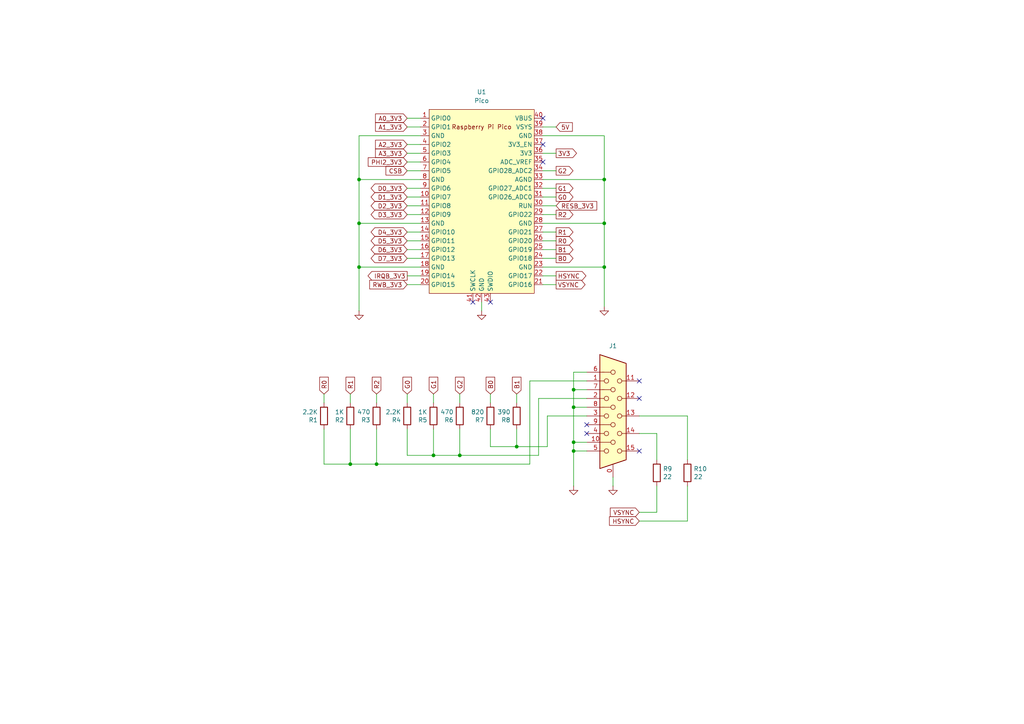
<source format=kicad_sch>
(kicad_sch (version 20231120) (generator "eeschema") (generator_version "8.0")
  (paper "A4")
  (title_block (title "VGA Card") (date "2024-03-24") (rev "1.0") (company "A.C. Wright Design"))
  (lib_symbols
    (symbol "6502 Parts:Raspberry Pi Pico"
      (property "Reference" "U" (at -13.97 27.94 0))
      (property "Value" "Raspberry Pi Pico" (at 0 19.05 0))
      (symbol "Raspberry Pi Pico_0_0"
        (text "Raspberry Pi Pico" (at 0 21.59 0) (effects (font (size 1.27 1.27))))
      )
      (symbol "Raspberry Pi Pico_0_1"
        (rectangle (start -15.24 26.67) (end 15.24 -26.67) (fill (type background)))
      )
      (symbol "Raspberry Pi Pico_1_1"
        (pin bidirectional line (at -17.78 24.13 0) (length 2.54) (name "GPIO0") (number "1"))
        (pin bidirectional line (at -17.78 1.27 0) (length 2.54) (name "GPIO7") (number "10"))
        (pin bidirectional line (at -17.78 -1.27 0) (length 2.54) (name "GPIO8") (number "11"))
        (pin bidirectional line (at -17.78 -3.81 0) (length 2.54) (name "GPIO9") (number "12"))
        (pin power_in line (at -17.78 -6.35 0) (length 2.54) (name "GND") (number "13"))
        (pin bidirectional line (at -17.78 -8.89 0) (length 2.54) (name "GPIO10") (number "14"))
        (pin bidirectional line (at -17.78 -11.43 0) (length 2.54) (name "GPIO11") (number "15"))
        (pin bidirectional line (at -17.78 -13.97 0) (length 2.54) (name "GPIO12") (number "16"))
        (pin bidirectional line (at -17.78 -16.51 0) (length 2.54) (name "GPIO13") (number "17"))
        (pin power_in line (at -17.78 -19.05 0) (length 2.54) (name "GND") (number "18"))
        (pin bidirectional line (at -17.78 -21.59 0) (length 2.54) (name "GPIO14") (number "19"))
        (pin bidirectional line (at -17.78 21.59 0) (length 2.54) (name "GPIO1") (number "2"))
        (pin bidirectional line (at -17.78 -24.13 0) (length 2.54) (name "GPIO15") (number "20"))
        (pin bidirectional line (at 17.78 -24.13 180) (length 2.54) (name "GPIO16") (number "21"))
        (pin bidirectional line (at 17.78 -21.59 180) (length 2.54) (name "GPIO17") (number "22"))
        (pin power_in line (at 17.78 -19.05 180) (length 2.54) (name "GND") (number "23"))
        (pin bidirectional line (at 17.78 -16.51 180) (length 2.54) (name "GPIO18") (number "24"))
        (pin bidirectional line (at 17.78 -13.97 180) (length 2.54) (name "GPIO19") (number "25"))
        (pin bidirectional line (at 17.78 -11.43 180) (length 2.54) (name "GPIO20") (number "26"))
        (pin bidirectional line (at 17.78 -8.89 180) (length 2.54) (name "GPIO21") (number "27"))
        (pin power_in line (at 17.78 -6.35 180) (length 2.54) (name "GND") (number "28"))
        (pin bidirectional line (at 17.78 -3.81 180) (length 2.54) (name "GPIO22") (number "29"))
        (pin power_in line (at -17.78 19.05 0) (length 2.54) (name "GND") (number "3"))
        (pin input line (at 17.78 -1.27 180) (length 2.54) (name "RUN") (number "30"))
        (pin bidirectional line (at 17.78 1.27 180) (length 2.54) (name "GPIO26_ADC0") (number "31"))
        (pin bidirectional line (at 17.78 3.81 180) (length 2.54) (name "GPIO27_ADC1") (number "32"))
        (pin power_in line (at 17.78 6.35 180) (length 2.54) (name "AGND") (number "33"))
        (pin bidirectional line (at 17.78 8.89 180) (length 2.54) (name "GPIO28_ADC2") (number "34"))
        (pin power_in line (at 17.78 11.43 180) (length 2.54) (name "ADC_VREF") (number "35"))
        (pin power_in line (at 17.78 13.97 180) (length 2.54) (name "3V3") (number "36"))
        (pin input line (at 17.78 16.51 180) (length 2.54) (name "3V3_EN") (number "37"))
        (pin power_in line (at 17.78 19.05 180) (length 2.54) (name "GND") (number "38"))
        (pin power_in line (at 17.78 21.59 180) (length 2.54) (name "VSYS") (number "39"))
        (pin bidirectional line (at -17.78 16.51 0) (length 2.54) (name "GPIO2") (number "4"))
        (pin power_in line (at 17.78 24.13 180) (length 2.54) (name "VBUS") (number "40"))
        (pin input line (at -2.54 -29.21 90) (length 2.54) (name "SWCLK") (number "41"))
        (pin power_in line (at 0 -29.21 90) (length 2.54) (name "GND") (number "42"))
        (pin bidirectional line (at 2.54 -29.21 90) (length 2.54) (name "SWDIO") (number "43"))
        (pin bidirectional line (at -17.78 13.97 0) (length 2.54) (name "GPIO3") (number "5"))
        (pin bidirectional line (at -17.78 11.43 0) (length 2.54) (name "GPIO4") (number "6"))
        (pin bidirectional line (at -17.78 8.89 0) (length 2.54) (name "GPIO5") (number "7"))
        (pin power_in line (at -17.78 6.35 0) (length 2.54) (name "GND") (number "8"))
        (pin bidirectional line (at -17.78 3.81 0) (length 2.54) (name "GPIO6") (number "9"))
      )
    )
    (symbol "Connector:DE15_Receptacle_HighDensity_MountingHoles" (pin_names (offset 1.016) hide)
      (property "Reference" "J" (at 0 21.59 0))
      (property "Value" "DE15_Receptacle_HighDensity_MountingHoles" (at 0 19.05 0))
      (symbol "DE15_Receptacle_HighDensity_MountingHoles_0_1"
        (circle (center -1.905 -10.16) (radius 0.635))
        (circle (center -1.905 -5.08) (radius 0.635))
        (circle (center -1.905 0) (radius 0.635))
        (circle (center -1.905 5.08) (radius 0.635))
        (circle (center -1.905 10.16) (radius 0.635))
        (circle (center 0 -7.62) (radius 0.635))
        (circle (center 0 -2.54) (radius 0.635))
        (polyline (pts (xy -3.175 7.62) (xy -0.635 7.62)))
        (polyline (pts (xy -0.635 -7.62) (xy -3.175 -7.62)))
        (polyline (pts (xy -0.635 -2.54) (xy -3.175 -2.54)))
        (polyline (pts (xy -0.635 2.54) (xy -3.175 2.54)))
        (polyline (pts (xy -0.635 12.7) (xy -3.175 12.7)))
        (polyline (pts (xy -3.81 17.78) (xy -3.81 -15.24) (xy 3.81 -12.7) (xy 3.81 15.24) (xy -3.81 17.78)) (stroke (width 0.254)) (fill (type background)))
        (circle (center 0 2.54) (radius 0.635))
        (circle (center 0 7.62) (radius 0.635))
        (circle (center 0 12.7) (radius 0.635))
        (circle (center 1.905 -10.16) (radius 0.635))
        (circle (center 1.905 -5.08) (radius 0.635))
        (circle (center 1.905 0) (radius 0.635))
        (circle (center 1.905 5.08) (radius 0.635))
        (circle (center 1.905 10.16) (radius 0.635))
      )
      (symbol "DE15_Receptacle_HighDensity_MountingHoles_1_1"
        (pin passive line (at 0 -17.78 90) (length 3.81) (name "~") (number "0"))
        (pin passive line (at -7.62 10.16 0) (length 5.08) (name "~") (number "1"))
        (pin passive line (at -7.62 -7.62 0) (length 5.08) (name "~") (number "10"))
        (pin passive line (at 7.62 10.16 180) (length 5.08) (name "~") (number "11"))
        (pin passive line (at 7.62 5.08 180) (length 5.08) (name "~") (number "12"))
        (pin passive line (at 7.62 0 180) (length 5.08) (name "~") (number "13"))
        (pin passive line (at 7.62 -5.08 180) (length 5.08) (name "~") (number "14"))
        (pin passive line (at 7.62 -10.16 180) (length 5.08) (name "~") (number "15"))
        (pin passive line (at -7.62 5.08 0) (length 5.08) (name "~") (number "2"))
        (pin passive line (at -7.62 0 0) (length 5.08) (name "~") (number "3"))
        (pin passive line (at -7.62 -5.08 0) (length 5.08) (name "~") (number "4"))
        (pin passive line (at -7.62 -10.16 0) (length 5.08) (name "~") (number "5"))
        (pin passive line (at -7.62 12.7 0) (length 5.08) (name "~") (number "6"))
        (pin passive line (at -7.62 7.62 0) (length 5.08) (name "~") (number "7"))
        (pin passive line (at -7.62 2.54 0) (length 5.08) (name "~") (number "8"))
        (pin passive line (at -7.62 -2.54 0) (length 5.08) (name "~") (number "9"))
      )
    )
    (symbol "Device:R" (pin_numbers hide) (pin_names (offset 0))
      (property "Reference" "R" (at 2.032 0 90))
      (property "Value" "R" (at 0 0 90))
      (symbol "R_0_1"
        (rectangle (start -1.016 -2.54) (end 1.016 2.54) (stroke (width 0.254)))
      )
      (symbol "R_1_1"
        (pin passive line (at 0 3.81 270) (length 1.27) (name "~") (number "1"))
        (pin passive line (at 0 -3.81 90) (length 1.27) (name "~") (number "2"))
      )
    )
    (symbol "power:GND" (power) (pin_numbers hide) (pin_names (offset 0) hide)
      (property "Value" "GND" (at 0 -3.81 0))
      (symbol "GND_0_1"
        (polyline (pts (xy 0 0) (xy 0 -1.27) (xy 1.27 -1.27) (xy 0 -2.54) (xy -1.27 -1.27) (xy 0 -1.27)))
      )
      (symbol "GND_1_1"
        (pin power_in line (at 0 0 270) (length 0) (name "~") (number "1"))
      )
    )
  )
  (junction (at 166.37 118.11))
  (junction (at 166.37 130.81))
  (junction (at 149.86 129.54))
  (junction (at 175.26 77.47))
  (junction (at 175.26 64.77))
  (junction (at 133.35 132.08))
  (junction (at 175.26 52.07))
  (junction (at 101.6 134.62))
  (junction (at 109.22 134.62))
  (junction (at 166.37 113.03))
  (junction (at 104.14 64.77))
  (junction (at 104.14 77.47))
  (junction (at 104.14 52.07))
  (junction (at 166.37 128.27))
  (junction (at 125.73 132.08))
  (no_connect (at 157.48 41.91))
  (no_connect (at 157.48 34.29))
  (no_connect (at 137.16 87.63))
  (no_connect (at 170.18 125.73))
  (no_connect (at 185.42 115.57))
  (no_connect (at 185.42 130.81))
  (no_connect (at 157.48 46.99))
  (no_connect (at 142.24 87.63))
  (no_connect (at 170.18 123.19))
  (no_connect (at 185.42 110.49))
  (wire (pts (xy 101.6 124.46) (xy 101.6 134.62)))
  (wire (pts (xy 175.26 88.9) (xy 175.26 77.47)))
  (wire (pts (xy 156.21 115.57) (xy 170.18 115.57)))
  (wire (pts (xy 166.37 128.27) (xy 166.37 130.81)))
  (wire (pts (xy 157.48 82.55) (xy 161.29 82.55)))
  (wire (pts (xy 158.75 120.65) (xy 170.18 120.65)))
  (wire (pts (xy 190.5 125.73) (xy 185.42 125.73)))
  (wire (pts (xy 118.11 41.91) (xy 121.92 41.91)))
  (wire (pts (xy 166.37 107.95) (xy 166.37 113.03)))
  (wire (pts (xy 153.67 110.49) (xy 153.67 134.62)))
  (wire (pts (xy 118.11 59.69) (xy 121.92 59.69)))
  (wire (pts (xy 118.11 69.85) (xy 121.92 69.85)))
  (wire (pts (xy 166.37 118.11) (xy 170.18 118.11)))
  (wire (pts (xy 175.26 52.07) (xy 175.26 39.37)))
  (wire (pts (xy 157.48 49.53) (xy 161.29 49.53)))
  (wire (pts (xy 149.86 124.46) (xy 149.86 129.54)))
  (wire (pts (xy 109.22 134.62) (xy 153.67 134.62)))
  (wire (pts (xy 125.73 114.3) (xy 125.73 116.84)))
  (wire (pts (xy 118.11 124.46) (xy 118.11 132.08)))
  (wire (pts (xy 104.14 77.47) (xy 104.14 64.77)))
  (wire (pts (xy 199.39 151.13) (xy 199.39 140.97)))
  (wire (pts (xy 133.35 132.08) (xy 156.21 132.08)))
  (wire (pts (xy 166.37 130.81) (xy 170.18 130.81)))
  (wire (pts (xy 158.75 120.65) (xy 158.75 129.54)))
  (wire (pts (xy 139.7 87.63) (xy 139.7 90.17)))
  (wire (pts (xy 109.22 114.3) (xy 109.22 116.84)))
  (wire (pts (xy 121.92 39.37) (xy 104.14 39.37)))
  (wire (pts (xy 125.73 132.08) (xy 133.35 132.08)))
  (wire (pts (xy 118.11 44.45) (xy 121.92 44.45)))
  (wire (pts (xy 101.6 134.62) (xy 109.22 134.62)))
  (wire (pts (xy 104.14 52.07) (xy 121.92 52.07)))
  (wire (pts (xy 118.11 82.55) (xy 121.92 82.55)))
  (wire (pts (xy 118.11 62.23) (xy 121.92 62.23)))
  (wire (pts (xy 153.67 110.49) (xy 170.18 110.49)))
  (wire (pts (xy 118.11 67.31) (xy 121.92 67.31)))
  (wire (pts (xy 101.6 114.3) (xy 101.6 116.84)))
  (wire (pts (xy 157.48 80.01) (xy 161.29 80.01)))
  (wire (pts (xy 104.14 64.77) (xy 121.92 64.77)))
  (wire (pts (xy 142.24 114.3) (xy 142.24 116.84)))
  (wire (pts (xy 157.48 67.31) (xy 161.29 67.31)))
  (wire (pts (xy 133.35 124.46) (xy 133.35 132.08)))
  (wire (pts (xy 118.11 54.61) (xy 121.92 54.61)))
  (wire (pts (xy 170.18 107.95) (xy 166.37 107.95)))
  (wire (pts (xy 166.37 113.03) (xy 170.18 113.03)))
  (wire (pts (xy 157.48 74.93) (xy 161.29 74.93)))
  (wire (pts (xy 118.11 57.15) (xy 121.92 57.15)))
  (wire (pts (xy 149.86 114.3) (xy 149.86 116.84)))
  (wire (pts (xy 157.48 64.77) (xy 175.26 64.77)))
  (wire (pts (xy 142.24 124.46) (xy 142.24 129.54)))
  (wire (pts (xy 93.98 124.46) (xy 93.98 134.62)))
  (wire (pts (xy 109.22 124.46) (xy 109.22 134.62)))
  (wire (pts (xy 157.48 52.07) (xy 175.26 52.07)))
  (wire (pts (xy 157.48 57.15) (xy 161.29 57.15)))
  (wire (pts (xy 118.11 49.53) (xy 121.92 49.53)))
  (wire (pts (xy 149.86 129.54) (xy 158.75 129.54)))
  (wire (pts (xy 166.37 130.81) (xy 166.37 140.97)))
  (wire (pts (xy 175.26 39.37) (xy 157.48 39.37)))
  (wire (pts (xy 104.14 90.17) (xy 104.14 77.47)))
  (wire (pts (xy 175.26 64.77) (xy 175.26 52.07)))
  (wire (pts (xy 118.11 74.93) (xy 121.92 74.93)))
  (wire (pts (xy 157.48 62.23) (xy 161.29 62.23)))
  (wire (pts (xy 104.14 39.37) (xy 104.14 52.07)))
  (wire (pts (xy 190.5 133.35) (xy 190.5 125.73)))
  (wire (pts (xy 93.98 134.62) (xy 101.6 134.62)))
  (wire (pts (xy 157.48 44.45) (xy 161.29 44.45)))
  (wire (pts (xy 125.73 124.46) (xy 125.73 132.08)))
  (wire (pts (xy 157.48 36.83) (xy 161.29 36.83)))
  (wire (pts (xy 133.35 114.3) (xy 133.35 116.84)))
  (wire (pts (xy 118.11 114.3) (xy 118.11 116.84)))
  (wire (pts (xy 185.42 151.13) (xy 199.39 151.13)))
  (wire (pts (xy 104.14 77.47) (xy 121.92 77.47)))
  (wire (pts (xy 157.48 59.69) (xy 161.29 59.69)))
  (wire (pts (xy 185.42 148.59) (xy 190.5 148.59)))
  (wire (pts (xy 157.48 54.61) (xy 161.29 54.61)))
  (wire (pts (xy 156.21 115.57) (xy 156.21 132.08)))
  (wire (pts (xy 157.48 72.39) (xy 161.29 72.39)))
  (wire (pts (xy 118.11 36.83) (xy 121.92 36.83)))
  (wire (pts (xy 118.11 72.39) (xy 121.92 72.39)))
  (wire (pts (xy 157.48 69.85) (xy 161.29 69.85)))
  (wire (pts (xy 157.48 77.47) (xy 175.26 77.47)))
  (wire (pts (xy 104.14 64.77) (xy 104.14 52.07)))
  (wire (pts (xy 166.37 128.27) (xy 170.18 128.27)))
  (wire (pts (xy 93.98 114.3) (xy 93.98 116.84)))
  (wire (pts (xy 199.39 120.65) (xy 185.42 120.65)))
  (wire (pts (xy 118.11 46.99) (xy 121.92 46.99)))
  (wire (pts (xy 175.26 77.47) (xy 175.26 64.77)))
  (wire (pts (xy 177.8 138.43) (xy 177.8 140.97)))
  (wire (pts (xy 118.11 132.08) (xy 125.73 132.08)))
  (wire (pts (xy 166.37 118.11) (xy 166.37 128.27)))
  (wire (pts (xy 118.11 34.29) (xy 121.92 34.29)))
  (wire (pts (xy 118.11 80.01) (xy 121.92 80.01)))
  (wire (pts (xy 142.24 129.54) (xy 149.86 129.54)))
  (wire (pts (xy 190.5 148.59) (xy 190.5 140.97)))
  (wire (pts (xy 166.37 113.03) (xy 166.37 118.11)))
  (wire (pts (xy 199.39 133.35) (xy 199.39 120.65)))
  (global_label "VSYNC" (shape input) (at 185.42 148.59 180) (property "Intersheetrefs" "${INTERSHEET_REFS}" (effects (hide yes))))
  (global_label "RWB_3V3" (shape input) (at 118.11 82.55 180) (property "Intersheetrefs" "${INTERSHEET_REFS}" (effects (hide yes))))
  (global_label "G2" (shape output) (at 161.29 49.53 0) (property "Intersheetrefs" "${INTERSHEET_REFS}" (effects (hide yes))))
  (global_label "D2_3V3" (shape bidirectional) (at 118.11 59.69 180) (property "Intersheetrefs" "${INTERSHEET_REFS}" (effects (hide yes))))
  (global_label "HSYNC" (shape output) (at 161.29 80.01 0) (property "Intersheetrefs" "${INTERSHEET_REFS}" (effects (hide yes))))
  (global_label "A1_3V3" (shape input) (at 118.11 36.83 180) (property "Intersheetrefs" "${INTERSHEET_REFS}" (effects (hide yes))))
  (global_label "D5_3V3" (shape bidirectional) (at 118.11 69.85 180) (property "Intersheetrefs" "${INTERSHEET_REFS}" (effects (hide yes))))
  (global_label "G1" (shape input) (at 125.73 114.3 90) (property "Intersheetrefs" "${INTERSHEET_REFS}" (effects (hide yes))))
  (global_label "R1" (shape output) (at 161.29 67.31 0) (property "Intersheetrefs" "${INTERSHEET_REFS}" (effects (hide yes))))
  (global_label "G0" (shape input) (at 118.11 114.3 90) (property "Intersheetrefs" "${INTERSHEET_REFS}" (effects (hide yes))))
  (global_label "R1" (shape input) (at 101.6 114.3 90) (property "Intersheetrefs" "${INTERSHEET_REFS}" (effects (hide yes))))
  (global_label "A0_3V3" (shape input) (at 118.11 34.29 180) (property "Intersheetrefs" "${INTERSHEET_REFS}" (effects (hide yes))))
  (global_label "B1" (shape output) (at 161.29 72.39 0) (property "Intersheetrefs" "${INTERSHEET_REFS}" (effects (hide yes))))
  (global_label "R2" (shape input) (at 109.22 114.3 90) (property "Intersheetrefs" "${INTERSHEET_REFS}" (effects (hide yes))))
  (global_label "D0_3V3" (shape bidirectional) (at 118.11 54.61 180) (property "Intersheetrefs" "${INTERSHEET_REFS}" (effects (hide yes))))
  (global_label "D3_3V3" (shape bidirectional) (at 118.11 62.23 180) (property "Intersheetrefs" "${INTERSHEET_REFS}" (effects (hide yes))))
  (global_label "G2" (shape input) (at 133.35 114.3 90) (property "Intersheetrefs" "${INTERSHEET_REFS}" (effects (hide yes))))
  (global_label "R0" (shape output) (at 161.29 69.85 0) (property "Intersheetrefs" "${INTERSHEET_REFS}" (effects (hide yes))))
  (global_label "D4_3V3" (shape bidirectional) (at 118.11 67.31 180) (property "Intersheetrefs" "${INTERSHEET_REFS}" (effects (hide yes))))
  (global_label "PHI2_3V3" (shape input) (at 118.11 46.99 180) (property "Intersheetrefs" "${INTERSHEET_REFS}" (effects (hide yes))))
  (global_label "B1" (shape input) (at 149.86 114.3 90) (property "Intersheetrefs" "${INTERSHEET_REFS}" (effects (hide yes))))
  (global_label "R2" (shape output) (at 161.29 62.23 0) (property "Intersheetrefs" "${INTERSHEET_REFS}" (effects (hide yes))))
  (global_label "A2_3V3" (shape input) (at 118.11 41.91 180) (property "Intersheetrefs" "${INTERSHEET_REFS}" (effects (hide yes))))
  (global_label "B0" (shape input) (at 142.24 114.3 90) (property "Intersheetrefs" "${INTERSHEET_REFS}" (effects (hide yes))))
  (global_label "A3_3V3" (shape input) (at 118.11 44.45 180) (property "Intersheetrefs" "${INTERSHEET_REFS}" (effects (hide yes))))
  (global_label "D7_3V3" (shape bidirectional) (at 118.11 74.93 180) (property "Intersheetrefs" "${INTERSHEET_REFS}" (effects (hide yes))))
  (global_label "R0" (shape input) (at 93.98 114.3 90) (property "Intersheetrefs" "${INTERSHEET_REFS}" (effects (hide yes))))
  (global_label "D1_3V3" (shape bidirectional) (at 118.11 57.15 180) (property "Intersheetrefs" "${INTERSHEET_REFS}" (effects (hide yes))))
  (global_label "D6_3V3" (shape bidirectional) (at 118.11 72.39 180) (property "Intersheetrefs" "${INTERSHEET_REFS}" (effects (hide yes))))
  (global_label "HSYNC" (shape input) (at 185.42 151.13 180) (property "Intersheetrefs" "${INTERSHEET_REFS}" (effects (hide yes))))
  (global_label "5V" (shape input) (at 161.29 36.83 0) (property "Intersheetrefs" "${INTERSHEET_REFS}" (effects (hide yes))))
  (global_label "CSB" (shape input) (at 118.11 49.53 180) (property "Intersheetrefs" "${INTERSHEET_REFS}" (effects (hide yes))))
  (global_label "B0" (shape output) (at 161.29 74.93 0) (property "Intersheetrefs" "${INTERSHEET_REFS}" (effects (hide yes))))
  (global_label "VSYNC" (shape output) (at 161.29 82.55 0) (property "Intersheetrefs" "${INTERSHEET_REFS}" (effects (hide yes))))
  (global_label "G1" (shape output) (at 161.29 54.61 0) (property "Intersheetrefs" "${INTERSHEET_REFS}" (effects (hide yes))))
  (global_label "G0" (shape output) (at 161.29 57.15 0) (property "Intersheetrefs" "${INTERSHEET_REFS}" (effects (hide yes))))
  (global_label "RESB_3V3" (shape input) (at 161.29 59.69 0) (property "Intersheetrefs" "${INTERSHEET_REFS}" (effects (hide yes))))
  (global_label "3V3" (shape output) (at 161.29 44.45 0) (property "Intersheetrefs" "${INTERSHEET_REFS}" (effects (hide yes))))
  (global_label "IRQB_3V3" (shape output) (at 118.11 80.01 180) (property "Intersheetrefs" "${INTERSHEET_REFS}" (effects (hide yes))))
  (symbol (lib_id "Device:R") (at 109.22 120.65 0) (unit 1)
    (property "Reference" "R3" (at 107.442 121.8184 0) (effects (justify right)))
    (property "Value" "470" (at 107.442 119.507 0) (effects (justify right)))
    (property "Footprint" "Resistor_SMD:R_0805_2012Metric" (effects (hide yes)))
    (property "Description" "Resistor" (effects (hide yes)))
    (property "LCSC" "C17710" (effects (hide yes)))
  )
  (symbol (lib_id "power:GND") (at 104.14 90.17 0) (unit 1)
    (property "Reference" "#PWR01" (effects (hide yes)))
    (property "Value" "GND" (effects (hide yes)))
    (property "Description" "Power symbol creates a global label with name \"GND\" , ground" (effects (hide yes)))
  )
  (symbol (lib_id "power:GND") (at 139.7 90.17 0) (unit 1)
    (property "Reference" "#PWR02" (effects (hide yes)))
    (property "Value" "GND" (effects (hide yes)))
    (property "Description" "Power symbol creates a global label with name \"GND\" , ground" (effects (hide yes)))
  )
  (symbol (lib_id "Device:R") (at 125.73 120.65 0) (unit 1)
    (property "Reference" "R5" (at 123.952 121.8184 0) (effects (justify right)))
    (property "Value" "1K" (at 123.952 119.507 0) (effects (justify right)))
    (property "Footprint" "Resistor_SMD:R_0805_2012Metric" (effects (hide yes)))
    (property "Description" "Resistor" (effects (hide yes)))
    (property "LCSC" "C17513" (effects (hide yes)))
  )
  (symbol (lib_id "Device:R") (at 101.6 120.65 0) (unit 1)
    (property "Reference" "R2" (at 99.822 121.8184 0) (effects (justify right)))
    (property "Value" "1K" (at 99.822 119.507 0) (effects (justify right)))
    (property "Footprint" "Resistor_SMD:R_0805_2012Metric" (effects (hide yes)))
    (property "Description" "Resistor" (effects (hide yes)))
    (property "LCSC" "C17513" (effects (hide yes)))
  )
  (symbol (lib_id "6502 Parts:Raspberry Pi Pico") (at 139.7 58.42 0) (unit 1)
    (property "Reference" "U1" (at 139.7 26.67 0))
    (property "Value" "Pico" (at 139.7 29.21 0))
    (property "Footprint" "6502 Parts:RPi_Pico_SMD_TH" (effects (hide yes)))
  )
  (symbol (lib_id "power:GND") (at 166.37 140.97 0) (unit 1)
    (property "Reference" "#PWR03" (effects (hide yes)))
    (property "Value" "GND" (effects (hide yes)))
    (property "Description" "Power symbol creates a global label with name \"GND\" , ground" (effects (hide yes)))
  )
  (symbol (lib_id "Device:R") (at 199.39 137.16 180) (unit 1)
    (property "Reference" "R10" (at 201.168 135.9916 0) (effects (justify right)))
    (property "Value" "22" (at 201.168 138.303 0) (effects (justify right)))
    (property "Footprint" "Resistor_SMD:R_0805_2012Metric" (effects (hide yes)))
    (property "Description" "Resistor" (effects (hide yes)))
    (property "LCSC" "C17561" (effects (hide yes)))
  )
  (symbol (lib_id "Device:R") (at 118.11 120.65 0) (unit 1)
    (property "Reference" "R4" (at 116.332 121.8184 0) (effects (justify right)))
    (property "Value" "2.2K" (at 116.332 119.507 0) (effects (justify right)))
    (property "Footprint" "Resistor_SMD:R_0805_2012Metric" (effects (hide yes)))
    (property "Description" "Resistor" (effects (hide yes)))
    (property "LCSC" "C17520" (effects (hide yes)))
  )
  (symbol (lib_id "Device:R") (at 133.35 120.65 0) (unit 1)
    (property "Reference" "R6" (at 131.572 121.8184 0) (effects (justify right)))
    (property "Value" "470" (at 131.572 119.507 0) (effects (justify right)))
    (property "Footprint" "Resistor_SMD:R_0805_2012Metric" (effects (hide yes)))
    (property "Description" "Resistor" (effects (hide yes)))
    (property "LCSC" "C17710" (effects (hide yes)))
  )
  (symbol (lib_id "power:GND") (at 175.26 88.9 0) (unit 1)
    (property "Reference" "#PWR04" (effects (hide yes)))
    (property "Value" "GND" (effects (hide yes)))
    (property "Description" "Power symbol creates a global label with name \"GND\" , ground" (effects (hide yes)))
  )
  (symbol (lib_id "Device:R") (at 142.24 120.65 0) (unit 1)
    (property "Reference" "R7" (at 140.462 121.8184 0) (effects (justify right)))
    (property "Value" "820" (at 140.462 119.507 0) (effects (justify right)))
    (property "Footprint" "Resistor_SMD:R_0805_2012Metric" (effects (hide yes)))
    (property "Description" "Resistor" (effects (hide yes)))
    (property "LCSC" "C17837" (effects (hide yes)))
  )
  (symbol (lib_id "power:GND") (at 177.8 140.97 0) (unit 1)
    (property "Reference" "#PWR05" (effects (hide yes)))
    (property "Value" "GND" (effects (hide yes)))
    (property "Description" "Power symbol creates a global label with name \"GND\" , ground" (effects (hide yes)))
  )
  (symbol (lib_id "Device:R") (at 149.86 120.65 0) (unit 1)
    (property "Reference" "R8" (at 148.082 121.8184 0) (effects (justify right)))
    (property "Value" "390" (at 148.082 119.507 0) (effects (justify right)))
    (property "Footprint" "Resistor_SMD:R_0805_2012Metric" (effects (hide yes)))
    (property "Description" "Resistor" (effects (hide yes)))
    (property "LCSC" "C17655" (effects (hide yes)))
  )
  (symbol (lib_id "Device:R") (at 190.5 137.16 180) (unit 1)
    (property "Reference" "R9" (at 192.278 135.9916 0) (effects (justify right)))
    (property "Value" "22" (at 192.278 138.303 0) (effects (justify right)))
    (property "Footprint" "Resistor_SMD:R_0805_2012Metric" (effects (hide yes)))
    (property "Description" "Resistor" (effects (hide yes)))
    (property "LCSC" "C17561" (effects (hide yes)))
  )
  (symbol (lib_id "Device:R") (at 93.98 120.65 0) (unit 1)
    (property "Reference" "R1" (at 92.202 121.8184 0) (effects (justify right)))
    (property "Value" "2.2K" (at 92.202 119.507 0) (effects (justify right)))
    (property "Footprint" "Resistor_SMD:R_0805_2012Metric" (effects (hide yes)))
    (property "Description" "Resistor" (effects (hide yes)))
    (property "LCSC" "C17520" (effects (hide yes)))
  )
  (symbol (lib_id "Connector:DE15_Receptacle_HighDensity_MountingHoles") (at 177.8 120.65 0) (unit 1)
    (property "Reference" "J1" (at 177.8 100.33 0))
    (property "Value" "DE15_Receptacle_HighDensity_MountingHoles" (effects (hide yes)))
    (property "Footprint" "Connector_Dsub:DSUB-15-HD_Female_Horizontal_P2.29x1.98mm_EdgePinOffset3.03mm_Housed_MountingHolesOffset4.94mm" (effects (hide yes)))
    (property "Datasheet" " ~" (effects (hide yes)))
    (property "Description" "15-pin female receptacle socket D-SUB connector, High density (3 columns), Triple Row, Generic, VGA-connector, Mounting Hole" (effects (hide yes)))
  )
)
</source>
